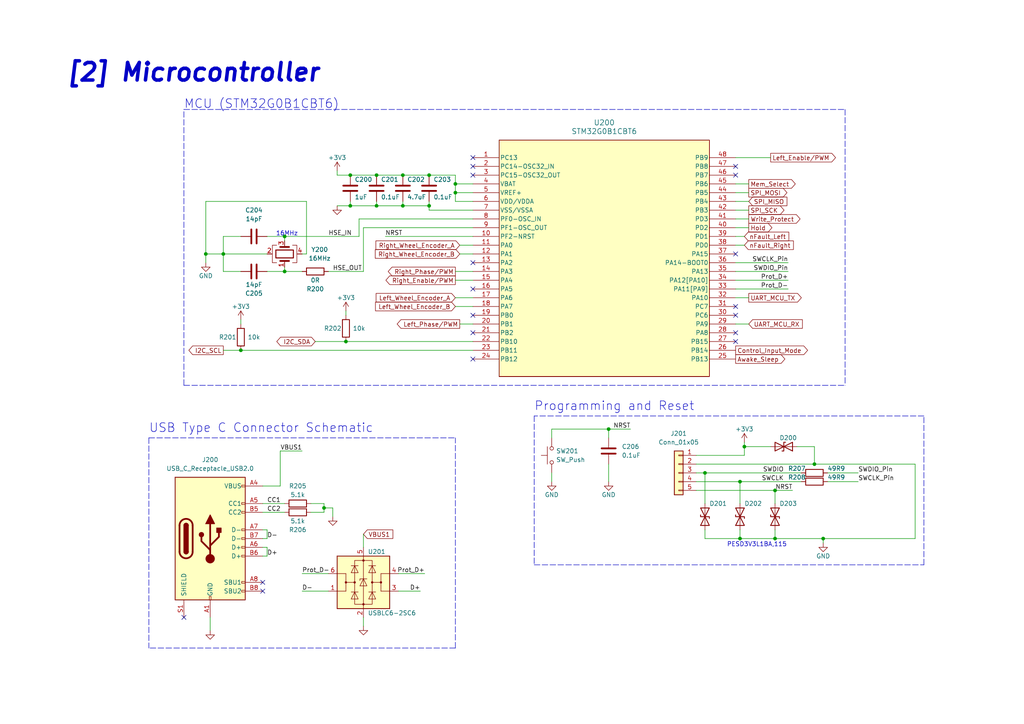
<source format=kicad_sch>
(kicad_sch (version 20231120) (generator "eeschema") (generator_version "8.0")
  (paper "A4")
  (lib_symbols
    (symbol "Connector:USB_C_Receptacle_USB2.0" (pin_names (offset 1.016))
      (property "Reference" "J" (at -10.16 19.05 0))
      (property "Value" "USB_C_Receptacle_USB2.0" (at 19.05 19.05 0))
      (symbol "USB_C_Receptacle_USB2.0_0_0"
        (rectangle (start -0.254 -17.78) (end 0.254 -16.764))
        (rectangle (start 10.16 -14.986) (end 9.144 -15.494))
        (rectangle (start 10.16 -12.446) (end 9.144 -12.954))
        (rectangle (start 10.16 -4.826) (end 9.144 -5.334))
        (rectangle (start 10.16 -2.286) (end 9.144 -2.794))
        (rectangle (start 10.16 0.254) (end 9.144 -0.254))
        (rectangle (start 10.16 2.794) (end 9.144 2.286))
        (rectangle (start 10.16 7.874) (end 9.144 7.366))
        (rectangle (start 10.16 10.414) (end 9.144 9.906))
        (rectangle (start 10.16 15.494) (end 9.144 14.986))
      )
      (symbol "USB_C_Receptacle_USB2.0_0_1"
        (rectangle (start -10.16 17.78) (end 10.16 -17.78) (stroke (width 0.254)) (fill (type background)))
        (arc (start -8.89 -3.81) (mid -6.985 -5.7066) (end -5.08 -3.81) (stroke (width 0.508)))
        (arc (start -7.62 -3.81) (mid -6.985 -4.4422) (end -6.35 -3.81) (stroke (width 0.254)))
        (arc (start -7.62 -3.81) (mid -6.985 -4.4422) (end -6.35 -3.81) (stroke (width 0.254)) (fill (type outline)))
        (rectangle (start -7.62 -3.81) (end -6.35 3.81) (stroke (width 0.254)) (fill (type outline)))
        (arc (start -6.35 3.81) (mid -6.985 4.4422) (end -7.62 3.81) (stroke (width 0.254)))
        (arc (start -6.35 3.81) (mid -6.985 4.4422) (end -7.62 3.81) (stroke (width 0.254)) (fill (type outline)))
        (arc (start -5.08 3.81) (mid -6.985 5.7066) (end -8.89 3.81) (stroke (width 0.508)))
        (circle (center -2.54 1.143) (radius 0.635) (stroke (width 0.254)) (fill (type outline)))
        (circle (center 0 -5.842) (radius 1.27) (fill (type outline)))
        (polyline (pts (xy -8.89 -3.81) (xy -8.89 3.81)) (stroke (width 0.508)))
        (polyline (pts (xy -5.08 3.81) (xy -5.08 -3.81)) (stroke (width 0.508)))
        (polyline (pts (xy 0 -5.842) (xy 0 4.318)) (stroke (width 0.508)))
        (polyline (pts (xy 0 -3.302) (xy -2.54 -0.762) (xy -2.54 0.508)) (stroke (width 0.508)))
        (polyline (pts (xy 0 -2.032) (xy 2.54 0.508) (xy 2.54 1.778)) (stroke (width 0.508)))
        (polyline (pts (xy -1.27 4.318) (xy 0 6.858) (xy 1.27 4.318) (xy -1.27 4.318)) (stroke (width 0.254)) (fill (type outline)))
        (rectangle (start 1.905 1.778) (end 3.175 3.048) (stroke (width 0.254)) (fill (type outline)))
      )
      (symbol "USB_C_Receptacle_USB2.0_1_1"
        (pin passive line (at 0 -22.86 90) (length 5.08) (name "GND") (number "A1"))
        (pin passive line (at 0 -22.86 90) (length 5.08) hide (name "GND") (number "A12"))
        (pin passive line (at 15.24 15.24 180) (length 5.08) (name "VBUS") (number "A4"))
        (pin bidirectional line (at 15.24 10.16 180) (length 5.08) (name "CC1") (number "A5"))
        (pin bidirectional line (at 15.24 -2.54 180) (length 5.08) (name "D+") (number "A6"))
        (pin bidirectional line (at 15.24 2.54 180) (length 5.08) (name "D-") (number "A7"))
        (pin bidirectional line (at 15.24 -12.7 180) (length 5.08) (name "SBU1") (number "A8"))
        (pin passive line (at 15.24 15.24 180) (length 5.08) hide (name "VBUS") (number "A9"))
        (pin passive line (at 0 -22.86 90) (length 5.08) hide (name "GND") (number "B1"))
        (pin passive line (at 0 -22.86 90) (length 5.08) hide (name "GND") (number "B12"))
        (pin passive line (at 15.24 15.24 180) (length 5.08) hide (name "VBUS") (number "B4"))
        (pin bidirectional line (at 15.24 7.62 180) (length 5.08) (name "CC2") (number "B5"))
        (pin bidirectional line (at 15.24 -5.08 180) (length 5.08) (name "D+") (number "B6"))
        (pin bidirectional line (at 15.24 0 180) (length 5.08) (name "D-") (number "B7"))
        (pin bidirectional line (at 15.24 -15.24 180) (length 5.08) (name "SBU2") (number "B8"))
        (pin passive line (at 15.24 15.24 180) (length 5.08) hide (name "VBUS") (number "B9"))
        (pin passive line (at -7.62 -22.86 90) (length 5.08) (name "SHIELD") (number "S1"))
      )
    )
    (symbol "Connector_Generic:Conn_01x05" (pin_names (offset 1.016) hide)
      (property "Reference" "J" (at 0 7.62 0))
      (property "Value" "Conn_01x05" (at 0 -7.62 0))
      (symbol "Conn_01x05_1_1"
        (rectangle (start -1.27 -4.953) (end 0 -5.207) (stroke (width 0.1524)))
        (rectangle (start -1.27 -2.413) (end 0 -2.667) (stroke (width 0.1524)))
        (rectangle (start -1.27 0.127) (end 0 -0.127) (stroke (width 0.1524)))
        (rectangle (start -1.27 2.667) (end 0 2.413) (stroke (width 0.1524)))
        (rectangle (start -1.27 5.207) (end 0 4.953) (stroke (width 0.1524)))
        (rectangle (start -1.27 6.35) (end 1.27 -6.35) (stroke (width 0.254)) (fill (type background)))
        (pin passive line (at -5.08 5.08 0) (length 3.81) (name "Pin_1") (number "1"))
        (pin passive line (at -5.08 2.54 0) (length 3.81) (name "Pin_2") (number "2"))
        (pin passive line (at -5.08 0 0) (length 3.81) (name "Pin_3") (number "3"))
        (pin passive line (at -5.08 -2.54 0) (length 3.81) (name "Pin_4") (number "4"))
        (pin passive line (at -5.08 -5.08 0) (length 3.81) (name "Pin_5") (number "5"))
      )
    )
    (symbol "Device:C" (pin_numbers hide) (pin_names (offset 0.254))
      (property "Reference" "C" (at 0.635 2.54 0))
      (property "Value" "C" (at 0.635 -2.54 0))
      (symbol "C_0_1"
        (polyline (pts (xy -2.032 -0.762) (xy 2.032 -0.762)) (stroke (width 0.508)))
        (polyline (pts (xy -2.032 0.762) (xy 2.032 0.762)) (stroke (width 0.508)))
      )
      (symbol "C_1_1"
        (pin passive line (at 0 3.81 270) (length 2.794) (name "~") (number "1"))
        (pin passive line (at 0 -3.81 90) (length 2.794) (name "~") (number "2"))
      )
    )
    (symbol "Device:Crystal_GND24" (pin_names (offset 1.016) hide)
      (property "Reference" "Y" (at 3.175 5.08 0))
      (property "Value" "Crystal_GND24" (at 3.175 3.175 0))
      (symbol "Crystal_GND24_0_1"
        (rectangle (start -1.143 2.54) (end 1.143 -2.54) (stroke (width 0.3048)))
        (polyline (pts (xy -2.54 0) (xy -2.032 0)))
        (polyline (pts (xy -2.032 -1.27) (xy -2.032 1.27)) (stroke (width 0.508)))
        (polyline (pts (xy 0 -3.81) (xy 0 -3.556)))
        (polyline (pts (xy 0 3.556) (xy 0 3.81)))
        (polyline (pts (xy 2.032 -1.27) (xy 2.032 1.27)) (stroke (width 0.508)))
        (polyline (pts (xy 2.032 0) (xy 2.54 0)))
        (polyline (pts (xy -2.54 -2.286) (xy -2.54 -3.556) (xy 2.54 -3.556) (xy 2.54 -2.286)))
        (polyline (pts (xy -2.54 2.286) (xy -2.54 3.556) (xy 2.54 3.556) (xy 2.54 2.286)))
      )
      (symbol "Crystal_GND24_1_1"
        (pin passive line (at -3.81 0 0) (length 1.27) (name "1") (number "1"))
        (pin passive line (at 0 5.08 270) (length 1.27) (name "2") (number "2"))
        (pin passive line (at 3.81 0 180) (length 1.27) (name "3") (number "3"))
        (pin passive line (at 0 -5.08 90) (length 1.27) (name "4") (number "4"))
      )
    )
    (symbol "Device:D_TVS" (pin_numbers hide) (pin_names (offset 1.016) hide)
      (property "Reference" "D" (at 0 2.54 0))
      (property "Value" "D_TVS" (at 0 -2.54 0))
      (symbol "D_TVS_0_1"
        (polyline (pts (xy 1.27 0) (xy -1.27 0)))
        (polyline (pts (xy 0.508 1.27) (xy 0 1.27) (xy 0 -1.27) (xy -0.508 -1.27)) (stroke (width 0.254)))
        (polyline (pts (xy -2.54 1.27) (xy -2.54 -1.27) (xy 2.54 1.27) (xy 2.54 -1.27) (xy -2.54 1.27)) (stroke (width 0.254)))
      )
      (symbol "D_TVS_1_1"
        (pin passive line (at -3.81 0 0) (length 2.54) (name "A1") (number "1"))
        (pin passive line (at 3.81 0 180) (length 2.54) (name "A2") (number "2"))
      )
    )
    (symbol "Device:R" (pin_numbers hide) (pin_names (offset 0))
      (property "Reference" "R" (at 2.032 0 90))
      (property "Value" "R" (at 0 0 90))
      (symbol "R_0_1"
        (rectangle (start -1.016 -2.54) (end 1.016 2.54) (stroke (width 0.254)))
      )
      (symbol "R_1_1"
        (pin passive line (at 0 3.81 270) (length 1.27) (name "~") (number "1"))
        (pin passive line (at 0 -3.81 90) (length 1.27) (name "~") (number "2"))
      )
    )
    (symbol "Power_Protection:USBLC6-2SC6" (pin_names hide)
      (property "Reference" "U" (at 2.54 8.89 0))
      (property "Value" "USBLC6-2SC6" (at 2.54 -8.89 0))
      (symbol "USBLC6-2SC6_0_1"
        (rectangle (start -7.62 -7.62) (end 7.62 7.62) (stroke (width 0.254)) (fill (type background)))
        (circle (center -5.08 0) (radius 0.254) (fill (type outline)))
        (circle (center -2.54 0) (radius 0.254) (fill (type outline)))
        (rectangle (start -2.54 6.35) (end 2.54 -6.35))
        (circle (center 0 -6.35) (radius 0.254) (fill (type outline)))
        (polyline (pts (xy -5.08 -2.54) (xy -7.62 -2.54)))
        (polyline (pts (xy -5.08 0) (xy -5.08 -2.54)))
        (polyline (pts (xy -5.08 2.54) (xy -7.62 2.54)))
        (polyline (pts (xy -1.524 -2.794) (xy -3.556 -2.794)))
        (polyline (pts (xy -1.524 4.826) (xy -3.556 4.826)))
        (polyline (pts (xy 0 -7.62) (xy 0 -6.35)))
        (polyline (pts (xy 0 -6.35) (xy 0 1.27)))
        (polyline (pts (xy 0 1.27) (xy 0 6.35)))
        (polyline (pts (xy 0 6.35) (xy 0 7.62)))
        (polyline (pts (xy 1.524 -2.794) (xy 3.556 -2.794)))
        (polyline (pts (xy 1.524 4.826) (xy 3.556 4.826)))
        (polyline (pts (xy 5.08 -2.54) (xy 7.62 -2.54)))
        (polyline (pts (xy 5.08 0) (xy 5.08 -2.54)))
        (polyline (pts (xy 5.08 2.54) (xy 7.62 2.54)))
        (polyline (pts (xy -2.54 0) (xy -5.08 0) (xy -5.08 2.54)))
        (polyline (pts (xy 2.54 0) (xy 5.08 0) (xy 5.08 2.54)))
        (polyline (pts (xy -3.556 -4.826) (xy -1.524 -4.826) (xy -2.54 -2.794) (xy -3.556 -4.826)))
        (polyline (pts (xy -3.556 2.794) (xy -1.524 2.794) (xy -2.54 4.826) (xy -3.556 2.794)))
        (polyline (pts (xy -1.016 -1.016) (xy 1.016 -1.016) (xy 0 1.016) (xy -1.016 -1.016)))
        (polyline (pts (xy 1.016 1.016) (xy 0.762 1.016) (xy -1.016 1.016) (xy -1.016 0.508)))
        (polyline (pts (xy 3.556 -4.826) (xy 1.524 -4.826) (xy 2.54 -2.794) (xy 3.556 -4.826)))
        (polyline (pts (xy 3.556 2.794) (xy 1.524 2.794) (xy 2.54 4.826) (xy 3.556 2.794)))
        (circle (center 0 6.35) (radius 0.254) (fill (type outline)))
        (circle (center 2.54 0) (radius 0.254) (fill (type outline)))
        (circle (center 5.08 0) (radius 0.254) (fill (type outline)))
      )
      (symbol "USBLC6-2SC6_1_1"
        (pin passive line (at -10.16 -2.54 0) (length 2.54) (name "I/O1") (number "1"))
        (pin passive line (at 0 -10.16 90) (length 2.54) (name "GND") (number "2"))
        (pin passive line (at 10.16 -2.54 180) (length 2.54) (name "I/O2") (number "3"))
        (pin passive line (at 10.16 2.54 180) (length 2.54) (name "I/O2") (number "4"))
        (pin passive line (at 0 10.16 270) (length 2.54) (name "VBUS") (number "5"))
        (pin passive line (at -10.16 2.54 0) (length 2.54) (name "I/O1") (number "6"))
      )
    )
    (symbol "STM32G0B1CBT6:STM32G0B1CBT6" (pin_names (offset 0.254))
      (property "Reference" "U200" (at 38.1 11.43 0))
      (property "Value" "STM32G0B1CBT6" (at 38.1 7.62 0))
      (symbol "STM32G0B1CBT6_0_1"
        (polyline (pts (xy 7.62 -63.5) (xy 68.58 -63.5)) (stroke (width 0.127)))
        (polyline (pts (xy 7.62 5.08) (xy 7.62 -63.5)) (stroke (width 0.127)))
        (polyline (pts (xy 68.58 -63.5) (xy 68.58 5.08)) (stroke (width 0.127)))
        (polyline (pts (xy 68.58 5.08) (xy 7.62 5.08)) (stroke (width 0.127)))
        (rectangle (start 7.62 5.08) (end 68.58 -63.5))
        (rectangle (start 7.62 5.08) (end 68.58 -63.5) (fill (type background)))
        (pin bidirectional line (at 0 0 0) (length 7.62) (name "PC13") (number "1"))
        (pin output line (at 0 -22.86 0) (length 7.62) (name "PF2-NRST") (number "10"))
        (pin bidirectional line (at 0 -25.4 0) (length 7.62) (name "PA0") (number "11"))
        (pin bidirectional line (at 0 -27.94 0) (length 7.62) (name "PA1") (number "12"))
        (pin bidirectional line (at 0 -30.48 0) (length 7.62) (name "PA2") (number "13"))
        (pin bidirectional line (at 0 -33.02 0) (length 7.62) (name "PA3") (number "14"))
        (pin bidirectional line (at 0 -35.56 0) (length 7.62) (name "PA4") (number "15"))
        (pin bidirectional line (at 0 -38.1 0) (length 7.62) (name "PA5") (number "16"))
        (pin bidirectional line (at 0 -40.64 0) (length 7.62) (name "PA6") (number "17"))
        (pin bidirectional line (at 0 -43.18 0) (length 7.62) (name "PA7") (number "18"))
        (pin bidirectional line (at 0 -45.72 0) (length 7.62) (name "PB0") (number "19"))
        (pin bidirectional line (at 0 -2.54 0) (length 7.62) (name "PC14-OSC32_IN") (number "2"))
        (pin bidirectional line (at 0 -48.26 0) (length 7.62) (name "PB1") (number "20"))
        (pin bidirectional line (at 0 -50.8 0) (length 7.62) (name "PB2") (number "21"))
        (pin bidirectional line (at 0 -53.34 0) (length 7.62) (name "PB10") (number "22"))
        (pin bidirectional line (at 0 -55.88 0) (length 7.62) (name "PB11") (number "23"))
        (pin bidirectional line (at 0 -58.42 0) (length 7.62) (name "PB12") (number "24"))
        (pin bidirectional line (at 76.2 -58.42 180) (length 7.62) (name "PB13") (number "25"))
        (pin bidirectional line (at 76.2 -55.88 180) (length 7.62) (name "PB14") (number "26"))
        (pin bidirectional line (at 76.2 -53.34 180) (length 7.62) (name "PB15") (number "27"))
        (pin bidirectional line (at 76.2 -50.8 180) (length 7.62) (name "PA8") (number "28"))
        (pin bidirectional line (at 76.2 -48.26 180) (length 7.62) (name "PA9") (number "29"))
        (pin output line (at 0 -5.08 0) (length 7.62) (name "PC15-OSC32_OUT") (number "3"))
        (pin bidirectional line (at 76.2 -45.72 180) (length 7.62) (name "PC6") (number "30"))
        (pin bidirectional line (at 76.2 -43.18 180) (length 7.62) (name "PC7") (number "31"))
        (pin bidirectional line (at 76.2 -40.64 180) (length 7.62) (name "PA10") (number "32"))
        (pin bidirectional line (at 76.2 -38.1 180) (length 7.62) (name "PA11[PA9]") (number "33"))
        (pin bidirectional line (at 76.2 -35.56 180) (length 7.62) (name "PA12[PA10]") (number "34"))
        (pin bidirectional line (at 76.2 -33.02 180) (length 7.62) (name "PA13") (number "35"))
        (pin bidirectional line (at 76.2 -30.48 180) (length 7.62) (name "PA14-BOOT0") (number "36"))
        (pin bidirectional line (at 76.2 -27.94 180) (length 7.62) (name "PA15") (number "37"))
        (pin bidirectional line (at 76.2 -25.4 180) (length 7.62) (name "PD0") (number "38"))
        (pin bidirectional line (at 76.2 -22.86 180) (length 7.62) (name "PD1") (number "39"))
        (pin power_in line (at 0 -7.62 0) (length 7.62) (name "VBAT") (number "4"))
        (pin bidirectional line (at 76.2 -20.32 180) (length 7.62) (name "PD2") (number "40"))
        (pin bidirectional line (at 76.2 -17.78 180) (length 7.62) (name "PD3") (number "41"))
        (pin bidirectional line (at 76.2 -15.24 180) (length 7.62) (name "PB3") (number "42"))
        (pin bidirectional line (at 76.2 -12.7 180) (length 7.62) (name "PB4") (number "43"))
        (pin bidirectional line (at 76.2 -10.16 180) (length 7.62) (name "PB5") (number "44"))
        (pin bidirectional line (at 76.2 -7.62 180) (length 7.62) (name "PB6") (number "45"))
        (pin bidirectional line (at 76.2 -5.08 180) (length 7.62) (name "PB7") (number "46"))
        (pin bidirectional line (at 76.2 -2.54 180) (length 7.62) (name "PB8") (number "47"))
        (pin bidirectional line (at 76.2 0 180) (length 7.62) (name "PB9") (number "48"))
        (pin power_in line (at 0 -10.16 0) (length 7.62) (name "VREF+") (number "5"))
        (pin power_in line (at 0 -12.7 0) (length 7.62) (name "VDD/VDDA") (number "6"))
        (pin power_out line (at 0 -15.24 0) (length 7.62) (name "VSS/VSSA") (number "7"))
        (pin bidirectional line (at 0 -17.78 0) (length 7.62) (name "PF0-OSC_IN") (number "8"))
        (pin bidirectional line (at 0 -20.32 0) (length 7.62) (name "PF1-OSC_OUT") (number "9"))
      )
    )
    (symbol "Switch:SW_Push" (pin_numbers hide) (pin_names (offset 1.016) hide)
      (property "Reference" "SW" (at 1.27 2.54 0))
      (property "Value" "SW_Push" (at 0 -1.524 0))
      (symbol "SW_Push_0_1"
        (circle (center -2.032 0) (radius 0.508))
        (polyline (pts (xy 0 1.27) (xy 0 3.048)))
        (polyline (pts (xy 2.54 1.27) (xy -2.54 1.27)))
        (circle (center 2.032 0) (radius 0.508))
        (pin passive line (at -5.08 0 0) (length 2.54) (name "1") (number "1"))
        (pin passive line (at 5.08 0 180) (length 2.54) (name "2") (number "2"))
      )
    )
    (symbol "power:+3.3V" (power) (pin_names (offset 0))
      (property "Value" "+3.3V" (at 0 3.556 0))
      (symbol "+3.3V_0_1"
        (polyline (pts (xy -0.762 1.27) (xy 0 2.54)))
        (polyline (pts (xy 0 0) (xy 0 2.54)))
        (polyline (pts (xy 0 2.54) (xy 0.762 1.27)))
      )
      (symbol "+3.3V_1_1"
        (pin power_in line (at 0 0 90) (length 0) hide (name "+3V3") (number "1"))
      )
    )
    (symbol "power:GND" (power) (pin_names (offset 0))
      (property "Value" "GND" (at 0 -3.81 0))
      (symbol "GND_0_1"
        (polyline (pts (xy 0 0) (xy 0 -1.27) (xy 1.27 -1.27) (xy 0 -2.54) (xy -1.27 -1.27) (xy 0 -1.27)))
      )
      (symbol "GND_1_1"
        (pin power_in line (at 0 0 270) (length 0) hide (name "GND") (number "1"))
      )
    )
  )
  (junction (at 69.85 101.6))
  (junction (at 109.22 50.8))
  (junction (at 82.55 78.74))
  (junction (at 64.77 73.66))
  (junction (at 176.53 124.46))
  (junction (at 93.98 147.32))
  (junction (at 215.9 129.54))
  (junction (at 214.63 139.7))
  (junction (at 236.22 134.62))
  (junction (at 224.79 142.24))
  (junction (at 59.69 73.66))
  (junction (at 101.6 59.69))
  (junction (at 214.63 156.21))
  (junction (at 224.79 156.21))
  (junction (at 100.33 99.06))
  (junction (at 116.84 59.69))
  (junction (at 124.46 50.8))
  (junction (at 124.46 59.69))
  (junction (at 132.08 53.34))
  (junction (at 116.84 50.8))
  (junction (at 204.47 137.16))
  (junction (at 132.08 55.88))
  (junction (at 82.55 68.58))
  (junction (at 101.6 50.8))
  (junction (at 238.76 156.21))
  (junction (at 109.22 59.69))
  (no_connect (at 53.34 179.07))
  (no_connect (at 76.2 168.91))
  (no_connect (at 137.16 76.2))
  (no_connect (at 137.16 83.82))
  (no_connect (at 137.16 91.44))
  (no_connect (at 137.16 96.52))
  (no_connect (at 137.16 104.14))
  (no_connect (at 213.36 73.66))
  (no_connect (at 213.36 88.9))
  (no_connect (at 213.36 91.44))
  (no_connect (at 137.16 45.72))
  (no_connect (at 137.16 48.26))
  (no_connect (at 137.16 50.8))
  (no_connect (at 213.36 48.26))
  (no_connect (at 213.36 50.8))
  (no_connect (at 213.36 96.52))
  (no_connect (at 213.36 99.06))
  (no_connect (at 76.2 171.45))
  (wire (pts (xy 236.22 129.54) (xy 236.22 134.62)))
  (wire (pts (xy 76.2 140.97) (xy 81.28 140.97)))
  (wire (pts (xy 223.52 45.72) (xy 213.36 45.72)))
  (wire (pts (xy 133.35 71.12) (xy 137.16 71.12)))
  (wire (pts (xy 59.69 73.66) (xy 64.77 73.66)))
  (wire (pts (xy 176.53 124.46) (xy 160.02 124.46)))
  (wire (pts (xy 116.84 50.8) (xy 124.46 50.8)))
  (polyline (pts (xy 43.18 127) (xy 43.18 187.96)) (stroke (width 0) (type dash)))
  (wire (pts (xy 105.41 78.74) (xy 105.41 66.04)))
  (wire (pts (xy 132.08 55.88) (xy 132.08 53.34)))
  (wire (pts (xy 214.63 156.21) (xy 224.79 156.21)))
  (wire (pts (xy 93.98 146.05) (xy 93.98 147.32)))
  (wire (pts (xy 176.53 124.46) (xy 176.53 127)))
  (polyline (pts (xy 245.11 31.75) (xy 245.11 111.76)) (stroke (width 0) (type dash)))
  (wire (pts (xy 133.35 73.66) (xy 137.16 73.66)))
  (wire (pts (xy 64.77 68.58) (xy 64.77 73.66)))
  (wire (pts (xy 87.63 130.81) (xy 81.28 130.81)))
  (wire (pts (xy 76.2 148.59) (xy 82.55 148.59)))
  (wire (pts (xy 132.08 58.42) (xy 137.16 58.42)))
  (wire (pts (xy 238.76 157.48) (xy 238.76 156.21)))
  (wire (pts (xy 215.9 132.08) (xy 215.9 129.54)))
  (wire (pts (xy 97.79 50.8) (xy 101.6 50.8)))
  (wire (pts (xy 81.28 130.81) (xy 81.28 140.97)))
  (wire (pts (xy 213.36 93.98) (xy 217.17 93.98)))
  (wire (pts (xy 115.57 166.37) (xy 123.19 166.37)))
  (polyline (pts (xy 53.34 31.75) (xy 245.11 31.75)) (stroke (width 0) (type dash)))
  (wire (pts (xy 265.43 156.21) (xy 265.43 134.62)))
  (wire (pts (xy 201.93 139.7) (xy 214.63 139.7)))
  (wire (pts (xy 77.47 68.58) (xy 82.55 68.58)))
  (wire (pts (xy 204.47 153.67) (xy 204.47 156.21)))
  (wire (pts (xy 231.14 129.54) (xy 236.22 129.54)))
  (wire (pts (xy 64.77 73.66) (xy 77.47 73.66)))
  (wire (pts (xy 64.77 78.74) (xy 69.85 78.74)))
  (wire (pts (xy 59.69 76.2) (xy 59.69 73.66)))
  (wire (pts (xy 109.22 58.42) (xy 109.22 59.69)))
  (wire (pts (xy 132.08 55.88) (xy 137.16 55.88)))
  (wire (pts (xy 265.43 156.21) (xy 238.76 156.21)))
  (wire (pts (xy 88.9 58.42) (xy 59.69 58.42)))
  (polyline (pts (xy 53.34 111.76) (xy 53.34 31.75)) (stroke (width 0) (type dash)))
  (wire (pts (xy 109.22 50.8) (xy 116.84 50.8)))
  (wire (pts (xy 64.77 101.6) (xy 69.85 101.6)))
  (wire (pts (xy 90.17 148.59) (xy 93.98 148.59)))
  (wire (pts (xy 213.36 76.2) (xy 228.6 76.2)))
  (wire (pts (xy 76.2 161.29) (xy 77.47 161.29)))
  (polyline (pts (xy 154.94 163.83) (xy 267.97 163.83)) (stroke (width 0) (type dash)))
  (wire (pts (xy 132.08 81.28) (xy 137.16 81.28)))
  (wire (pts (xy 76.2 153.67) (xy 77.47 153.67)))
  (wire (pts (xy 215.9 129.54) (xy 223.52 129.54)))
  (wire (pts (xy 93.98 147.32) (xy 96.52 147.32)))
  (wire (pts (xy 69.85 92.71) (xy 69.85 93.98)))
  (wire (pts (xy 217.17 53.34) (xy 213.36 53.34)))
  (wire (pts (xy 95.25 78.74) (xy 105.41 78.74)))
  (wire (pts (xy 201.93 134.62) (xy 236.22 134.62)))
  (wire (pts (xy 248.92 139.7) (xy 240.03 139.7)))
  (wire (pts (xy 132.08 53.34) (xy 137.16 53.34)))
  (wire (pts (xy 201.93 137.16) (xy 204.47 137.16)))
  (wire (pts (xy 224.79 142.24) (xy 224.79 146.05)))
  (polyline (pts (xy 267.97 120.65) (xy 154.94 120.65)) (stroke (width 0) (type dash)))
  (wire (pts (xy 132.08 78.74) (xy 137.16 78.74)))
  (wire (pts (xy 217.17 60.96) (xy 213.36 60.96)))
  (wire (pts (xy 109.22 59.69) (xy 116.84 59.69)))
  (wire (pts (xy 160.02 124.46) (xy 160.02 127)))
  (wire (pts (xy 215.9 71.12) (xy 213.36 71.12)))
  (wire (pts (xy 101.6 58.42) (xy 101.6 59.69)))
  (wire (pts (xy 82.55 78.74) (xy 87.63 78.74)))
  (wire (pts (xy 215.9 129.54) (xy 215.9 128.27)))
  (wire (pts (xy 90.17 146.05) (xy 93.98 146.05)))
  (wire (pts (xy 132.08 86.36) (xy 137.16 86.36)))
  (wire (pts (xy 97.79 59.69) (xy 101.6 59.69)))
  (wire (pts (xy 105.41 154.94) (xy 105.41 158.75)))
  (wire (pts (xy 214.63 139.7) (xy 232.41 139.7)))
  (polyline (pts (xy 154.94 120.65) (xy 154.94 163.83)) (stroke (width 0) (type dash)))
  (wire (pts (xy 76.2 156.21) (xy 77.47 156.21)))
  (wire (pts (xy 60.96 179.07) (xy 60.96 182.88)))
  (wire (pts (xy 132.08 53.34) (xy 132.08 50.8)))
  (wire (pts (xy 101.6 50.8) (xy 109.22 50.8)))
  (wire (pts (xy 132.08 50.8) (xy 124.46 50.8)))
  (wire (pts (xy 104.14 68.58) (xy 82.55 68.58)))
  (wire (pts (xy 215.9 68.58) (xy 213.36 68.58)))
  (wire (pts (xy 133.35 93.98) (xy 137.16 93.98)))
  (wire (pts (xy 88.9 73.66) (xy 88.9 58.42)))
  (wire (pts (xy 132.08 88.9) (xy 137.16 88.9)))
  (wire (pts (xy 213.36 78.74) (xy 228.6 78.74)))
  (polyline (pts (xy 53.34 111.76) (xy 245.11 111.76)) (stroke (width 0) (type dash)))
  (wire (pts (xy 248.92 137.16) (xy 240.03 137.16)))
  (wire (pts (xy 217.17 63.5) (xy 213.36 63.5)))
  (wire (pts (xy 182.88 124.46) (xy 176.53 124.46)))
  (wire (pts (xy 116.84 58.42) (xy 116.84 59.69)))
  (wire (pts (xy 64.77 73.66) (xy 64.77 78.74)))
  (wire (pts (xy 100.33 99.06) (xy 137.16 99.06)))
  (wire (pts (xy 176.53 134.62) (xy 176.53 139.7)))
  (wire (pts (xy 69.85 68.58) (xy 64.77 68.58)))
  (wire (pts (xy 213.36 81.28) (xy 228.6 81.28)))
  (wire (pts (xy 217.17 66.04) (xy 213.36 66.04)))
  (polyline (pts (xy 132.08 187.96) (xy 132.08 127)) (stroke (width 0) (type dash)))
  (wire (pts (xy 96.52 147.32) (xy 96.52 149.86)))
  (wire (pts (xy 224.79 153.67) (xy 224.79 156.21)))
  (wire (pts (xy 82.55 78.74) (xy 82.55 77.47)))
  (wire (pts (xy 76.2 146.05) (xy 82.55 146.05)))
  (wire (pts (xy 111.76 68.58) (xy 137.16 68.58)))
  (wire (pts (xy 77.47 78.74) (xy 82.55 78.74)))
  (wire (pts (xy 224.79 142.24) (xy 229.87 142.24)))
  (wire (pts (xy 124.46 58.42) (xy 124.46 59.69)))
  (wire (pts (xy 201.93 142.24) (xy 224.79 142.24)))
  (wire (pts (xy 87.63 166.37) (xy 95.25 166.37)))
  (wire (pts (xy 217.17 58.42) (xy 213.36 58.42)))
  (wire (pts (xy 59.69 58.42) (xy 59.69 73.66)))
  (wire (pts (xy 105.41 66.04) (xy 137.16 66.04)))
  (wire (pts (xy 224.79 156.21) (xy 238.76 156.21)))
  (wire (pts (xy 105.41 179.07) (xy 105.41 181.61)))
  (wire (pts (xy 204.47 137.16) (xy 232.41 137.16)))
  (wire (pts (xy 115.57 171.45) (xy 121.92 171.45)))
  (wire (pts (xy 204.47 137.16) (xy 204.47 146.05)))
  (wire (pts (xy 217.17 55.88) (xy 213.36 55.88)))
  (wire (pts (xy 116.84 59.69) (xy 124.46 59.69)))
  (wire (pts (xy 76.2 158.75) (xy 77.47 158.75)))
  (polyline (pts (xy 132.08 187.96) (xy 43.18 187.96)) (stroke (width 0) (type dash)))
  (wire (pts (xy 69.85 101.6) (xy 137.16 101.6)))
  (wire (pts (xy 137.16 63.5) (xy 104.14 63.5)))
  (wire (pts (xy 201.93 132.08) (xy 215.9 132.08)))
  (wire (pts (xy 214.63 139.7) (xy 214.63 146.05)))
  (wire (pts (xy 91.44 99.06) (xy 100.33 99.06)))
  (polyline (pts (xy 43.18 127) (xy 132.08 127)) (stroke (width 0) (type dash)))
  (wire (pts (xy 97.79 50.8) (xy 97.79 49.53)))
  (wire (pts (xy 87.63 171.45) (xy 95.25 171.45)))
  (wire (pts (xy 137.16 60.96) (xy 124.46 60.96)))
  (polyline (pts (xy 267.97 163.83) (xy 267.97 120.65)) (stroke (width 0) (type dash)))
  (wire (pts (xy 77.47 161.29) (xy 77.47 158.75)))
  (wire (pts (xy 124.46 60.96) (xy 124.46 59.69)))
  (wire (pts (xy 93.98 147.32) (xy 93.98 148.59)))
  (wire (pts (xy 101.6 59.69) (xy 109.22 59.69)))
  (wire (pts (xy 100.33 90.17) (xy 100.33 91.44)))
  (wire (pts (xy 77.47 156.21) (xy 77.47 153.67)))
  (wire (pts (xy 132.08 58.42) (xy 132.08 55.88)))
  (wire (pts (xy 87.63 73.66) (xy 88.9 73.66)))
  (wire (pts (xy 236.22 134.62) (xy 265.43 134.62)))
  (wire (pts (xy 213.36 83.82) (xy 228.6 83.82)))
  (wire (pts (xy 214.63 153.67) (xy 214.63 156.21)))
  (wire (pts (xy 160.02 139.7) (xy 160.02 137.16)))
  (wire (pts (xy 213.36 86.36) (xy 217.17 86.36)))
  (wire (pts (xy 82.55 68.58) (xy 82.55 69.85)))
  (wire (pts (xy 104.14 63.5) (xy 104.14 68.58)))
  (wire (pts (xy 204.47 156.21) (xy 214.63 156.21)))
  (text "Programming and Reset" (at 154.94 119.38 0) (effects (font (size 2.54 2.54)) (justify left bottom)))
  (text "[2] Microcontroller" (at 19.05 24.13 0) (effects (font (size 5.08 5.08) (thickness 1.016) (bold yes) (italic yes)) (justify left bottom)))
  (text "MCU (STM32G0B1CBT6)" (at 53.34 31.75 0) (effects (font (size 2.54 2.54)) (justify left bottom)))
  (text "PESD3V3L1BA,115" (at 210.82 158.75 0) (effects (font (size 1.27 1.27)) (justify left bottom)))
  (text "16MHz" (at 80.01 68.58 0) (effects (font (size 1.27 1.27)) (justify left bottom)))
  (text "USB Type C Connector Schematic" (at 43.18 125.73 0) (effects (font (size 2.54 2.54)) (justify left bottom)))
  (label "D+" (at 77.47 161.29 0))
  (label "Prot_D-" (at 228.6 83.82 180))
  (label "HSE_OUT" (at 96.52 78.74 0))
  (label "D+" (at 121.92 171.45 180))
  (label "SWCLK_Pin" (at 228.6 76.2 180))
  (label "SWDIO" (at 227.33 137.16 180))
  (label "Prot_D+" (at 228.6 81.28 180))
  (label "SWDIO_Pin" (at 248.92 137.16 0))
  (label "SWCLK" (at 227.33 139.7 180))
  (label "D-" (at 87.63 171.45 0))
  (label "HSE_IN" (at 95.25 68.58 0))
  (label "NRST" (at 182.88 124.46 180))
  (label "CC1" (at 77.47 146.05 0))
  (label "Prot_D-" (at 87.63 166.37 0))
  (label "NRST" (at 229.87 142.24 180))
  (label "Prot_D+" (at 123.19 166.37 180))
  (label "NRST" (at 111.76 68.58 0))
  (label "SWCLK_Pin" (at 248.92 139.7 0))
  (label "VBUS1" (at 87.63 130.81 180))
  (label "CC2" (at 77.47 148.59 0))
  (label "SWDIO_Pin" (at 228.6 78.74 180))
  (label "D-" (at 77.47 156.21 0))
  (global_label "Control_Input_Mode" (shape output) (at 213.36 101.6 0) (property "Intersheetrefs" "${INTERSHEET_REFS}" (effects (hide yes))))
  (global_label "Left_Phase{slash}PWM" (shape output) (at 133.35 93.98 180) (property "Intersheetrefs" "${INTERSHEET_REFS}" (effects (hide yes))))
  (global_label "Left_Wheel_Encoder_B" (shape input) (at 132.08 88.9 180) (property "Intersheetrefs" "${INTERSHEET_REFS}" (effects (hide yes))))
  (global_label "Hold" (shape output) (at 217.17 66.04 0) (property "Intersheetrefs" "${INTERSHEET_REFS}" (effects (hide yes))))
  (global_label "nFault_Right" (shape input) (at 215.9 71.12 0) (property "Intersheetrefs" "${INTERSHEET_REFS}" (effects (hide yes))))
  (global_label "Right_Wheel_Encoder_B" (shape input) (at 133.35 73.66 180) (property "Intersheetrefs" "${INTERSHEET_REFS}" (effects (hide yes))))
  (global_label "VBUS1" (shape input) (at 105.41 154.94 0) (property "Intersheetrefs" "${INTERSHEET_REFS}" (effects (hide yes))))
  (global_label "UART_MCU_TX" (shape output) (at 217.17 86.36 0) (property "Intersheetrefs" "${INTERSHEET_REFS}" (effects (hide yes))))
  (global_label "Right_Enable{slash}PWM" (shape output) (at 132.08 81.28 180) (property "Intersheetrefs" "${INTERSHEET_REFS}" (effects (hide yes))))
  (global_label "I2C_SCL" (shape output) (at 64.77 101.6 180) (property "Intersheetrefs" "${INTERSHEET_REFS}" (effects (hide yes))))
  (global_label "Left_Enable{slash}PWM" (shape output) (at 223.52 45.72 0) (property "Intersheetrefs" "${INTERSHEET_REFS}" (effects (hide yes))))
  (global_label "SPI_MISO" (shape input) (at 217.17 58.42 0) (property "Intersheetrefs" "${INTERSHEET_REFS}" (effects (hide yes))))
  (global_label "nFault_Left" (shape input) (at 215.9 68.58 0) (property "Intersheetrefs" "${INTERSHEET_REFS}" (effects (hide yes))))
  (global_label "SPI_SCK" (shape output) (at 217.17 60.96 0) (property "Intersheetrefs" "${INTERSHEET_REFS}" (effects (hide yes))))
  (global_label "Right_Phase{slash}PWM" (shape output) (at 132.08 78.74 180) (property "Intersheetrefs" "${INTERSHEET_REFS}" (effects (hide yes))))
  (global_label "SPI_MOSI" (shape output) (at 217.17 55.88 0) (property "Intersheetrefs" "${INTERSHEET_REFS}" (effects (hide yes))))
  (global_label "Right_Wheel_Encoder_A" (shape input) (at 133.35 71.12 180) (property "Intersheetrefs" "${INTERSHEET_REFS}" (effects (hide yes))))
  (global_label "UART_MCU_RX" (shape input) (at 217.17 93.98 0) (property "Intersheetrefs" "${INTERSHEET_REFS}" (effects (hide yes))))
  (global_label "Awake_Sleep" (shape output) (at 213.36 104.14 0) (property "Intersheetrefs" "${INTERSHEET_REFS}" (effects (hide yes))))
  (global_label "Left_Wheel_Encoder_A" (shape input) (at 132.08 86.36 180) (property "Intersheetrefs" "${INTERSHEET_REFS}" (effects (hide yes))))
  (global_label "Write_Protect" (shape output) (at 217.17 63.5 0) (property "Intersheetrefs" "${INTERSHEET_REFS}" (effects (hide yes))))
  (global_label "Mem_Select" (shape output) (at 217.17 53.34 0) (property "Intersheetrefs" "${INTERSHEET_REFS}" (effects (hide yes))))
  (global_label "I2C_SDA" (shape bidirectional) (at 91.44 99.06 180) (property "Intersheetrefs" "${INTERSHEET_REFS}" (effects (hide yes))))
  (symbol (lib_id "Connector_Generic:Conn_01x05") (at 196.85 137.16 0) (mirror y) (unit 1)
    (property "Reference" "J201" (at 196.85 125.73 0))
    (property "Value" "Conn_01x05" (at 196.85 128.27 0))
    (property "Footprint" "Connector_PinHeader_2.54mm:PinHeader_1x05_P2.54mm_Vertical" (effects (hide yes)))
  )
  (symbol (lib_id "Device:R") (at 100.33 95.25 180) (unit 1)
    (property "Reference" "R202" (at 96.52 95.25 0))
    (property "Value" "10k" (at 104.14 95.25 0))
    (property "Footprint" "Resistor_SMD:R_0402_1005Metric" (effects (hide yes)))
  )
  (symbol (lib_id "Device:R") (at 86.36 148.59 270) (mirror x) (unit 1)
    (property "Reference" "R206" (at 86.36 153.67 90))
    (property "Value" "5.1k" (at 86.36 151.13 90))
    (property "Footprint" "Resistor_SMD:R_0603_1608Metric" (effects (hide yes)))
  )
  (symbol (lib_id "Device:R") (at 236.22 139.7 90) (unit 1)
    (property "Reference" "R208" (at 231.14 138.43 90))
    (property "Value" "49R9" (at 242.57 138.43 90))
    (property "Footprint" "Resistor_SMD:R_0603_1608Metric" (effects (hide yes)))
  )
  (symbol (lib_id "power:GND") (at 238.76 157.48 0) (mirror y) (unit 1)
    (property "Reference" "#PWR0127" (effects (hide yes)))
    (property "Value" "GND" (at 238.76 161.29 0))
  )
  (symbol (lib_id "Device:C") (at 73.66 78.74 90) (unit 1)
    (property "Reference" "C205" (at 73.66 85.09 90))
    (property "Value" "14pF" (at 73.66 82.55 90))
    (property "Footprint" "Capacitor_SMD:C_0402_1005Metric" (effects (hide yes)))
  )
  (symbol (lib_id "Switch:SW_Push") (at 160.02 132.08 90) (unit 1)
    (property "Reference" "SW201" (at 161.29 130.8099 90) (effects (justify right)))
    (property "Value" "SW_Push" (at 161.29 133.3499 90) (effects (justify right)))
    (property "Footprint" "Button_Switch_SMD:SW_SPST_B3U-1000P" (effects (hide yes)))
  )
  (symbol (lib_id "Device:C") (at 109.22 54.61 0) (unit 1)
    (property "Reference" "C201" (at 110.49 52.07 0) (effects (justify left)))
    (property "Value" "0.1uF" (at 110.49 57.15 0) (effects (justify left)))
    (property "Footprint" "Capacitor_SMD:C_0402_1005Metric" (effects (hide yes)))
  )
  (symbol (lib_id "Device:R") (at 69.85 97.79 180) (unit 1)
    (property "Reference" "R201" (at 66.04 97.79 0))
    (property "Value" "10k" (at 73.66 97.79 0))
    (property "Footprint" "Resistor_SMD:R_0402_1005Metric" (effects (hide yes)))
  )
  (symbol (lib_id "power:GND") (at 60.96 182.88 0) (unit 1)
    (property "Reference" "#PWR0126" (effects (hide yes)))
    (property "Value" "GND" (effects (hide yes)))
  )
  (symbol (lib_id "Device:Crystal_GND24") (at 82.55 73.66 90) (unit 1)
    (property "Reference" "Y200" (at 92.71 72.39 90))
    (property "Value" "16MHz" (at 92.71 74.93 90))
    (property "Footprint" "Crystal:Crystal_SMD_3225-4Pin_3.2x2.5mm" (effects (hide yes)))
  )
  (symbol (lib_id "Device:C") (at 116.84 54.61 0) (unit 1)
    (property "Reference" "C202" (at 118.11 52.07 0) (effects (justify left)))
    (property "Value" "4.7uF" (at 118.11 57.15 0) (effects (justify left)))
    (property "Footprint" "Capacitor_SMD:C_0402_1005Metric" (effects (hide yes)))
  )
  (symbol (lib_id "power:+3.3V") (at 100.33 90.17 0) (unit 1)
    (property "Reference" "#PWR0120" (effects (hide yes)))
    (property "Value" "+3V3" (at 100.33 86.36 0))
  )
  (symbol (lib_id "power:GND") (at 176.53 139.7 0) (unit 1)
    (property "Reference" "#PWR0130" (effects (hide yes)))
    (property "Value" "GND" (at 176.53 143.51 0))
  )
  (symbol (lib_id "power:GND") (at 105.41 181.61 0) (unit 1)
    (property "Reference" "#PWR0125" (effects (hide yes)))
    (property "Value" "GND" (effects (hide yes)))
  )
  (symbol (lib_id "Device:D_TVS") (at 224.79 149.86 90) (unit 1)
    (property "Reference" "D203" (at 226.06 146.05 90) (effects (justify right)))
    (property "Value" "PESD3V3L1BA,115" (effects (hide yes)))
    (property "Footprint" "Diode_SMD:D_SOD-323" (effects (hide yes)))
  )
  (symbol (lib_id "Device:D_TVS") (at 204.47 149.86 90) (unit 1)
    (property "Reference" "D201" (at 205.74 146.05 90) (effects (justify right)))
    (property "Value" "PESD3V3L1BA,115" (effects (hide yes)))
    (property "Footprint" "Diode_SMD:D_SOD-323" (effects (hide yes)))
  )
  (symbol (lib_id "power:+3.3V") (at 215.9 128.27 0) (unit 1)
    (property "Reference" "#PWR0128" (effects (hide yes)))
    (property "Value" "+3V3" (at 215.9 124.46 0))
  )
  (symbol (lib_id "Device:C") (at 124.46 54.61 0) (unit 1)
    (property "Reference" "C203" (at 125.73 52.07 0) (effects (justify left)))
    (property "Value" "0.1uF" (at 125.73 57.15 0) (effects (justify left)))
    (property "Footprint" "Capacitor_SMD:C_0402_1005Metric" (effects (hide yes)))
  )
  (symbol (lib_id "Device:C") (at 73.66 68.58 270) (unit 1)
    (property "Reference" "C204" (at 73.66 60.96 90))
    (property "Value" "14pF" (at 73.66 63.5 90))
    (property "Footprint" "Capacitor_SMD:C_0402_1005Metric" (effects (hide yes)))
  )
  (symbol (lib_id "power:GND") (at 97.79 59.69 0) (unit 1)
    (property "Reference" "#PWR0119" (effects (hide yes)))
    (property "Value" "GND" (effects (hide yes)))
  )
  (symbol (lib_id "Device:C") (at 101.6 54.61 0) (unit 1)
    (property "Reference" "C200" (at 102.87 52.07 0) (effects (justify left)))
    (property "Value" "1uF" (at 102.87 57.15 0) (effects (justify left)))
    (property "Footprint" "Capacitor_SMD:C_0402_1005Metric" (effects (hide yes)))
  )
  (symbol (lib_id "Device:D_TVS") (at 214.63 149.86 90) (unit 1)
    (property "Reference" "D202" (at 215.9 146.05 90) (effects (justify right)))
    (property "Value" "PESD3V3L1BA,115" (effects (hide yes)))
    (property "Footprint" "Diode_SMD:D_SOD-323" (effects (hide yes)))
  )
  (symbol (lib_id "Device:R") (at 86.36 146.05 90) (unit 1)
    (property "Reference" "R205" (at 86.36 140.97 90))
    (property "Value" "5.1k" (at 86.36 143.51 90))
    (property "Footprint" "Resistor_SMD:R_0603_1608Metric" (effects (hide yes)))
  )
  (symbol (lib_id "Device:R") (at 236.22 137.16 90) (unit 1)
    (property "Reference" "R207" (at 231.14 135.89 90))
    (property "Value" "49R9" (at 242.57 135.89 90))
    (property "Footprint" "Resistor_SMD:R_0603_1608Metric" (effects (hide yes)))
  )
  (symbol (lib_id "power:+3.3V") (at 69.85 92.71 0) (unit 1)
    (property "Reference" "#PWR0122" (effects (hide yes)))
    (property "Value" "+3V3" (at 69.85 88.9 0))
  )
  (symbol (lib_id "Connector:USB_C_Receptacle_USB2.0") (at 60.96 156.21 0) (unit 1)
    (property "Reference" "J200" (at 60.96 133.35 0))
    (property "Value" "USB_C_Receptacle_USB2.0" (at 60.96 135.89 0))
    (property "Footprint" "Connector_USB:USB_C_Receptacle_HRO_TYPE-C-31-M-12" (effects (hide yes)))
    (property "Datasheet" "https://www.usb.org/sites/default/files/documents/usb_type-c.zip" (effects (hide yes)))
  )
  (symbol (lib_id "Power_Protection:USBLC6-2SC6") (at 105.41 168.91 0) (unit 1)
    (property "Reference" "U201" (at 106.68 160.02 0) (effects (justify left)))
    (property "Value" "USBLC6-2SC6" (at 106.68 177.8 0) (effects (justify left)))
    (property "Footprint" "Package_TO_SOT_SMD:SOT-23-6" (effects (hide yes)))
    (property "Datasheet" "https://www.st.com/resource/en/datasheet/usblc6-2.pdf" (effects (hide yes)))
  )
  (symbol (lib_id "power:GND") (at 160.02 139.7 0) (unit 1)
    (property "Reference" "#PWR0129" (effects (hide yes)))
    (property "Value" "GND" (at 160.02 143.51 0))
  )
  (symbol (lib_id "Device:D_TVS") (at 227.33 129.54 180) (unit 1)
    (property "Reference" "D200" (at 226.06 127 0) (effects (justify right)))
    (property "Value" "PESD3V3L1BA,115" (effects (hide yes)))
    (property "Footprint" "Diode_SMD:D_SOD-323" (effects (hide yes)))
  )
  (symbol (lib_id "power:+3.3V") (at 97.79 49.53 0) (unit 1)
    (property "Reference" "#PWR0123" (effects (hide yes)))
    (property "Value" "+3V3" (at 97.79 45.72 0))
  )
  (symbol (lib_id "Device:C") (at 176.53 130.81 0) (unit 1)
    (property "Reference" "C206" (at 180.34 129.5399 0) (effects (justify left)))
    (property "Value" "0.1uF" (at 180.34 132.0799 0) (effects (justify left)))
    (property "Footprint" "Capacitor_SMD:C_0402_1005Metric" (effects (hide yes)))
  )
  (symbol (lib_id "Device:R") (at 91.44 78.74 90) (unit 1)
    (property "Reference" "R200" (at 91.44 83.82 90))
    (property "Value" "0R" (at 91.44 81.28 90))
    (property "Footprint" "Resistor_SMD:R_0402_1005Metric" (effects (hide yes)))
  )
  (symbol (lib_id "power:GND") (at 59.69 76.2 0) (unit 1)
    (property "Reference" "#PWR0121" (effects (hide yes)))
    (property "Value" "GND" (at 59.69 80.01 0))
  )
  (symbol (lib_id "power:GND") (at 96.52 149.86 0) (unit 1)
    (property "Reference" "#PWR0124" (effects (hide yes)))
    (property "Value" "GND" (effects (hide yes)))
  )
  (symbol (lib_id "STM32G0B1CBT6:STM32G0B1CBT6") (at 137.16 45.72 0) (unit 1)
    (property "Reference" "U200" (at 175.26 35.56 0) (effects (font (size 1.524 1.524))))
    (property "Value" "STM32G0B1CBT6" (at 175.26 38.1 0) (effects (font (size 1.524 1.524))))
    (property "Footprint" "Package_QFP:LQFP-48-1EP_7x7mm_P0.5mm_EP3.6x3.6mm" (effects (hide yes)))
    (property "Datasheet" "STM32G0B1CBT6" (effects (hide yes)))
  )
)
</source>
